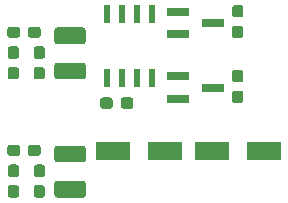
<source format=gbr>
G04 #@! TF.GenerationSoftware,KiCad,Pcbnew,(5.0.1-dev-70-gb7b125d83)*
G04 #@! TF.CreationDate,2018-10-12T17:46:44+02:00*
G04 #@! TF.ProjectId,pwm-fan-control,70776D2D66616E2D636F6E74726F6C2E,rev?*
G04 #@! TF.SameCoordinates,Original*
G04 #@! TF.FileFunction,Paste,Top*
G04 #@! TF.FilePolarity,Positive*
%FSLAX46Y46*%
G04 Gerber Fmt 4.6, Leading zero omitted, Abs format (unit mm)*
G04 Created by KiCad (PCBNEW (5.0.1-dev-70-gb7b125d83)) date 10/12/18 17:46:44*
%MOMM*%
%LPD*%
G01*
G04 APERTURE LIST*
%ADD10C,0.100000*%
%ADD11C,1.425000*%
%ADD12C,0.950000*%
%ADD13R,1.900000X0.800000*%
%ADD14R,3.000000X1.600000*%
%ADD15R,0.600000X1.550000*%
G04 APERTURE END LIST*
D10*
G04 #@! TO.C,L2*
G36*
X141999504Y-53501204D02*
X142023773Y-53504804D01*
X142047571Y-53510765D01*
X142070671Y-53519030D01*
X142092849Y-53529520D01*
X142113893Y-53542133D01*
X142133598Y-53556747D01*
X142151777Y-53573223D01*
X142168253Y-53591402D01*
X142182867Y-53611107D01*
X142195480Y-53632151D01*
X142205970Y-53654329D01*
X142214235Y-53677429D01*
X142220196Y-53701227D01*
X142223796Y-53725496D01*
X142225000Y-53750000D01*
X142225000Y-54675000D01*
X142223796Y-54699504D01*
X142220196Y-54723773D01*
X142214235Y-54747571D01*
X142205970Y-54770671D01*
X142195480Y-54792849D01*
X142182867Y-54813893D01*
X142168253Y-54833598D01*
X142151777Y-54851777D01*
X142133598Y-54868253D01*
X142113893Y-54882867D01*
X142092849Y-54895480D01*
X142070671Y-54905970D01*
X142047571Y-54914235D01*
X142023773Y-54920196D01*
X141999504Y-54923796D01*
X141975000Y-54925000D01*
X139825000Y-54925000D01*
X139800496Y-54923796D01*
X139776227Y-54920196D01*
X139752429Y-54914235D01*
X139729329Y-54905970D01*
X139707151Y-54895480D01*
X139686107Y-54882867D01*
X139666402Y-54868253D01*
X139648223Y-54851777D01*
X139631747Y-54833598D01*
X139617133Y-54813893D01*
X139604520Y-54792849D01*
X139594030Y-54770671D01*
X139585765Y-54747571D01*
X139579804Y-54723773D01*
X139576204Y-54699504D01*
X139575000Y-54675000D01*
X139575000Y-53750000D01*
X139576204Y-53725496D01*
X139579804Y-53701227D01*
X139585765Y-53677429D01*
X139594030Y-53654329D01*
X139604520Y-53632151D01*
X139617133Y-53611107D01*
X139631747Y-53591402D01*
X139648223Y-53573223D01*
X139666402Y-53556747D01*
X139686107Y-53542133D01*
X139707151Y-53529520D01*
X139729329Y-53519030D01*
X139752429Y-53510765D01*
X139776227Y-53504804D01*
X139800496Y-53501204D01*
X139825000Y-53500000D01*
X141975000Y-53500000D01*
X141999504Y-53501204D01*
X141999504Y-53501204D01*
G37*
D11*
X140900000Y-54212500D03*
D10*
G36*
X141999504Y-56476204D02*
X142023773Y-56479804D01*
X142047571Y-56485765D01*
X142070671Y-56494030D01*
X142092849Y-56504520D01*
X142113893Y-56517133D01*
X142133598Y-56531747D01*
X142151777Y-56548223D01*
X142168253Y-56566402D01*
X142182867Y-56586107D01*
X142195480Y-56607151D01*
X142205970Y-56629329D01*
X142214235Y-56652429D01*
X142220196Y-56676227D01*
X142223796Y-56700496D01*
X142225000Y-56725000D01*
X142225000Y-57650000D01*
X142223796Y-57674504D01*
X142220196Y-57698773D01*
X142214235Y-57722571D01*
X142205970Y-57745671D01*
X142195480Y-57767849D01*
X142182867Y-57788893D01*
X142168253Y-57808598D01*
X142151777Y-57826777D01*
X142133598Y-57843253D01*
X142113893Y-57857867D01*
X142092849Y-57870480D01*
X142070671Y-57880970D01*
X142047571Y-57889235D01*
X142023773Y-57895196D01*
X141999504Y-57898796D01*
X141975000Y-57900000D01*
X139825000Y-57900000D01*
X139800496Y-57898796D01*
X139776227Y-57895196D01*
X139752429Y-57889235D01*
X139729329Y-57880970D01*
X139707151Y-57870480D01*
X139686107Y-57857867D01*
X139666402Y-57843253D01*
X139648223Y-57826777D01*
X139631747Y-57808598D01*
X139617133Y-57788893D01*
X139604520Y-57767849D01*
X139594030Y-57745671D01*
X139585765Y-57722571D01*
X139579804Y-57698773D01*
X139576204Y-57674504D01*
X139575000Y-57650000D01*
X139575000Y-56725000D01*
X139576204Y-56700496D01*
X139579804Y-56676227D01*
X139585765Y-56652429D01*
X139594030Y-56629329D01*
X139604520Y-56607151D01*
X139617133Y-56586107D01*
X139631747Y-56566402D01*
X139648223Y-56548223D01*
X139666402Y-56531747D01*
X139686107Y-56517133D01*
X139707151Y-56504520D01*
X139729329Y-56494030D01*
X139752429Y-56485765D01*
X139776227Y-56479804D01*
X139800496Y-56476204D01*
X139825000Y-56475000D01*
X141975000Y-56475000D01*
X141999504Y-56476204D01*
X141999504Y-56476204D01*
G37*
D11*
X140900000Y-57187500D03*
G04 #@! TD*
D10*
G04 #@! TO.C,R6*
G36*
X155360779Y-47101144D02*
X155383834Y-47104563D01*
X155406443Y-47110227D01*
X155428387Y-47118079D01*
X155449457Y-47128044D01*
X155469448Y-47140026D01*
X155488168Y-47153910D01*
X155505438Y-47169562D01*
X155521090Y-47186832D01*
X155534974Y-47205552D01*
X155546956Y-47225543D01*
X155556921Y-47246613D01*
X155564773Y-47268557D01*
X155570437Y-47291166D01*
X155573856Y-47314221D01*
X155575000Y-47337500D01*
X155575000Y-47912500D01*
X155573856Y-47935779D01*
X155570437Y-47958834D01*
X155564773Y-47981443D01*
X155556921Y-48003387D01*
X155546956Y-48024457D01*
X155534974Y-48044448D01*
X155521090Y-48063168D01*
X155505438Y-48080438D01*
X155488168Y-48096090D01*
X155469448Y-48109974D01*
X155449457Y-48121956D01*
X155428387Y-48131921D01*
X155406443Y-48139773D01*
X155383834Y-48145437D01*
X155360779Y-48148856D01*
X155337500Y-48150000D01*
X154862500Y-48150000D01*
X154839221Y-48148856D01*
X154816166Y-48145437D01*
X154793557Y-48139773D01*
X154771613Y-48131921D01*
X154750543Y-48121956D01*
X154730552Y-48109974D01*
X154711832Y-48096090D01*
X154694562Y-48080438D01*
X154678910Y-48063168D01*
X154665026Y-48044448D01*
X154653044Y-48024457D01*
X154643079Y-48003387D01*
X154635227Y-47981443D01*
X154629563Y-47958834D01*
X154626144Y-47935779D01*
X154625000Y-47912500D01*
X154625000Y-47337500D01*
X154626144Y-47314221D01*
X154629563Y-47291166D01*
X154635227Y-47268557D01*
X154643079Y-47246613D01*
X154653044Y-47225543D01*
X154665026Y-47205552D01*
X154678910Y-47186832D01*
X154694562Y-47169562D01*
X154711832Y-47153910D01*
X154730552Y-47140026D01*
X154750543Y-47128044D01*
X154771613Y-47118079D01*
X154793557Y-47110227D01*
X154816166Y-47104563D01*
X154839221Y-47101144D01*
X154862500Y-47100000D01*
X155337500Y-47100000D01*
X155360779Y-47101144D01*
X155360779Y-47101144D01*
G37*
D12*
X155100000Y-47625000D03*
D10*
G36*
X155360779Y-48851144D02*
X155383834Y-48854563D01*
X155406443Y-48860227D01*
X155428387Y-48868079D01*
X155449457Y-48878044D01*
X155469448Y-48890026D01*
X155488168Y-48903910D01*
X155505438Y-48919562D01*
X155521090Y-48936832D01*
X155534974Y-48955552D01*
X155546956Y-48975543D01*
X155556921Y-48996613D01*
X155564773Y-49018557D01*
X155570437Y-49041166D01*
X155573856Y-49064221D01*
X155575000Y-49087500D01*
X155575000Y-49662500D01*
X155573856Y-49685779D01*
X155570437Y-49708834D01*
X155564773Y-49731443D01*
X155556921Y-49753387D01*
X155546956Y-49774457D01*
X155534974Y-49794448D01*
X155521090Y-49813168D01*
X155505438Y-49830438D01*
X155488168Y-49846090D01*
X155469448Y-49859974D01*
X155449457Y-49871956D01*
X155428387Y-49881921D01*
X155406443Y-49889773D01*
X155383834Y-49895437D01*
X155360779Y-49898856D01*
X155337500Y-49900000D01*
X154862500Y-49900000D01*
X154839221Y-49898856D01*
X154816166Y-49895437D01*
X154793557Y-49889773D01*
X154771613Y-49881921D01*
X154750543Y-49871956D01*
X154730552Y-49859974D01*
X154711832Y-49846090D01*
X154694562Y-49830438D01*
X154678910Y-49813168D01*
X154665026Y-49794448D01*
X154653044Y-49774457D01*
X154643079Y-49753387D01*
X154635227Y-49731443D01*
X154629563Y-49708834D01*
X154626144Y-49685779D01*
X154625000Y-49662500D01*
X154625000Y-49087500D01*
X154626144Y-49064221D01*
X154629563Y-49041166D01*
X154635227Y-49018557D01*
X154643079Y-48996613D01*
X154653044Y-48975543D01*
X154665026Y-48955552D01*
X154678910Y-48936832D01*
X154694562Y-48919562D01*
X154711832Y-48903910D01*
X154730552Y-48890026D01*
X154750543Y-48878044D01*
X154771613Y-48868079D01*
X154793557Y-48860227D01*
X154816166Y-48854563D01*
X154839221Y-48851144D01*
X154862500Y-48850000D01*
X155337500Y-48850000D01*
X155360779Y-48851144D01*
X155360779Y-48851144D01*
G37*
D12*
X155100000Y-49375000D03*
G04 #@! TD*
D10*
G04 #@! TO.C,R4*
G36*
X136360779Y-56851144D02*
X136383834Y-56854563D01*
X136406443Y-56860227D01*
X136428387Y-56868079D01*
X136449457Y-56878044D01*
X136469448Y-56890026D01*
X136488168Y-56903910D01*
X136505438Y-56919562D01*
X136521090Y-56936832D01*
X136534974Y-56955552D01*
X136546956Y-56975543D01*
X136556921Y-56996613D01*
X136564773Y-57018557D01*
X136570437Y-57041166D01*
X136573856Y-57064221D01*
X136575000Y-57087500D01*
X136575000Y-57662500D01*
X136573856Y-57685779D01*
X136570437Y-57708834D01*
X136564773Y-57731443D01*
X136556921Y-57753387D01*
X136546956Y-57774457D01*
X136534974Y-57794448D01*
X136521090Y-57813168D01*
X136505438Y-57830438D01*
X136488168Y-57846090D01*
X136469448Y-57859974D01*
X136449457Y-57871956D01*
X136428387Y-57881921D01*
X136406443Y-57889773D01*
X136383834Y-57895437D01*
X136360779Y-57898856D01*
X136337500Y-57900000D01*
X135862500Y-57900000D01*
X135839221Y-57898856D01*
X135816166Y-57895437D01*
X135793557Y-57889773D01*
X135771613Y-57881921D01*
X135750543Y-57871956D01*
X135730552Y-57859974D01*
X135711832Y-57846090D01*
X135694562Y-57830438D01*
X135678910Y-57813168D01*
X135665026Y-57794448D01*
X135653044Y-57774457D01*
X135643079Y-57753387D01*
X135635227Y-57731443D01*
X135629563Y-57708834D01*
X135626144Y-57685779D01*
X135625000Y-57662500D01*
X135625000Y-57087500D01*
X135626144Y-57064221D01*
X135629563Y-57041166D01*
X135635227Y-57018557D01*
X135643079Y-56996613D01*
X135653044Y-56975543D01*
X135665026Y-56955552D01*
X135678910Y-56936832D01*
X135694562Y-56919562D01*
X135711832Y-56903910D01*
X135730552Y-56890026D01*
X135750543Y-56878044D01*
X135771613Y-56868079D01*
X135793557Y-56860227D01*
X135816166Y-56854563D01*
X135839221Y-56851144D01*
X135862500Y-56850000D01*
X136337500Y-56850000D01*
X136360779Y-56851144D01*
X136360779Y-56851144D01*
G37*
D12*
X136100000Y-57375000D03*
D10*
G36*
X136360779Y-55101144D02*
X136383834Y-55104563D01*
X136406443Y-55110227D01*
X136428387Y-55118079D01*
X136449457Y-55128044D01*
X136469448Y-55140026D01*
X136488168Y-55153910D01*
X136505438Y-55169562D01*
X136521090Y-55186832D01*
X136534974Y-55205552D01*
X136546956Y-55225543D01*
X136556921Y-55246613D01*
X136564773Y-55268557D01*
X136570437Y-55291166D01*
X136573856Y-55314221D01*
X136575000Y-55337500D01*
X136575000Y-55912500D01*
X136573856Y-55935779D01*
X136570437Y-55958834D01*
X136564773Y-55981443D01*
X136556921Y-56003387D01*
X136546956Y-56024457D01*
X136534974Y-56044448D01*
X136521090Y-56063168D01*
X136505438Y-56080438D01*
X136488168Y-56096090D01*
X136469448Y-56109974D01*
X136449457Y-56121956D01*
X136428387Y-56131921D01*
X136406443Y-56139773D01*
X136383834Y-56145437D01*
X136360779Y-56148856D01*
X136337500Y-56150000D01*
X135862500Y-56150000D01*
X135839221Y-56148856D01*
X135816166Y-56145437D01*
X135793557Y-56139773D01*
X135771613Y-56131921D01*
X135750543Y-56121956D01*
X135730552Y-56109974D01*
X135711832Y-56096090D01*
X135694562Y-56080438D01*
X135678910Y-56063168D01*
X135665026Y-56044448D01*
X135653044Y-56024457D01*
X135643079Y-56003387D01*
X135635227Y-55981443D01*
X135629563Y-55958834D01*
X135626144Y-55935779D01*
X135625000Y-55912500D01*
X135625000Y-55337500D01*
X135626144Y-55314221D01*
X135629563Y-55291166D01*
X135635227Y-55268557D01*
X135643079Y-55246613D01*
X135653044Y-55225543D01*
X135665026Y-55205552D01*
X135678910Y-55186832D01*
X135694562Y-55169562D01*
X135711832Y-55153910D01*
X135730552Y-55140026D01*
X135750543Y-55128044D01*
X135771613Y-55118079D01*
X135793557Y-55110227D01*
X135816166Y-55104563D01*
X135839221Y-55101144D01*
X135862500Y-55100000D01*
X136337500Y-55100000D01*
X136360779Y-55101144D01*
X136360779Y-55101144D01*
G37*
D12*
X136100000Y-55625000D03*
G04 #@! TD*
D13*
G04 #@! TO.C,Q2*
X153000000Y-48600000D03*
X150000000Y-49550000D03*
X150000000Y-47650000D03*
G04 #@! TD*
D14*
G04 #@! TO.C,C5*
X148950000Y-53950000D03*
X144550000Y-53950000D03*
G04 #@! TD*
D10*
G04 #@! TO.C,C4*
G36*
X136435779Y-53426144D02*
X136458834Y-53429563D01*
X136481443Y-53435227D01*
X136503387Y-53443079D01*
X136524457Y-53453044D01*
X136544448Y-53465026D01*
X136563168Y-53478910D01*
X136580438Y-53494562D01*
X136596090Y-53511832D01*
X136609974Y-53530552D01*
X136621956Y-53550543D01*
X136631921Y-53571613D01*
X136639773Y-53593557D01*
X136645437Y-53616166D01*
X136648856Y-53639221D01*
X136650000Y-53662500D01*
X136650000Y-54137500D01*
X136648856Y-54160779D01*
X136645437Y-54183834D01*
X136639773Y-54206443D01*
X136631921Y-54228387D01*
X136621956Y-54249457D01*
X136609974Y-54269448D01*
X136596090Y-54288168D01*
X136580438Y-54305438D01*
X136563168Y-54321090D01*
X136544448Y-54334974D01*
X136524457Y-54346956D01*
X136503387Y-54356921D01*
X136481443Y-54364773D01*
X136458834Y-54370437D01*
X136435779Y-54373856D01*
X136412500Y-54375000D01*
X135837500Y-54375000D01*
X135814221Y-54373856D01*
X135791166Y-54370437D01*
X135768557Y-54364773D01*
X135746613Y-54356921D01*
X135725543Y-54346956D01*
X135705552Y-54334974D01*
X135686832Y-54321090D01*
X135669562Y-54305438D01*
X135653910Y-54288168D01*
X135640026Y-54269448D01*
X135628044Y-54249457D01*
X135618079Y-54228387D01*
X135610227Y-54206443D01*
X135604563Y-54183834D01*
X135601144Y-54160779D01*
X135600000Y-54137500D01*
X135600000Y-53662500D01*
X135601144Y-53639221D01*
X135604563Y-53616166D01*
X135610227Y-53593557D01*
X135618079Y-53571613D01*
X135628044Y-53550543D01*
X135640026Y-53530552D01*
X135653910Y-53511832D01*
X135669562Y-53494562D01*
X135686832Y-53478910D01*
X135705552Y-53465026D01*
X135725543Y-53453044D01*
X135746613Y-53443079D01*
X135768557Y-53435227D01*
X135791166Y-53429563D01*
X135814221Y-53426144D01*
X135837500Y-53425000D01*
X136412500Y-53425000D01*
X136435779Y-53426144D01*
X136435779Y-53426144D01*
G37*
D12*
X136125000Y-53900000D03*
D10*
G36*
X138185779Y-53426144D02*
X138208834Y-53429563D01*
X138231443Y-53435227D01*
X138253387Y-53443079D01*
X138274457Y-53453044D01*
X138294448Y-53465026D01*
X138313168Y-53478910D01*
X138330438Y-53494562D01*
X138346090Y-53511832D01*
X138359974Y-53530552D01*
X138371956Y-53550543D01*
X138381921Y-53571613D01*
X138389773Y-53593557D01*
X138395437Y-53616166D01*
X138398856Y-53639221D01*
X138400000Y-53662500D01*
X138400000Y-54137500D01*
X138398856Y-54160779D01*
X138395437Y-54183834D01*
X138389773Y-54206443D01*
X138381921Y-54228387D01*
X138371956Y-54249457D01*
X138359974Y-54269448D01*
X138346090Y-54288168D01*
X138330438Y-54305438D01*
X138313168Y-54321090D01*
X138294448Y-54334974D01*
X138274457Y-54346956D01*
X138253387Y-54356921D01*
X138231443Y-54364773D01*
X138208834Y-54370437D01*
X138185779Y-54373856D01*
X138162500Y-54375000D01*
X137587500Y-54375000D01*
X137564221Y-54373856D01*
X137541166Y-54370437D01*
X137518557Y-54364773D01*
X137496613Y-54356921D01*
X137475543Y-54346956D01*
X137455552Y-54334974D01*
X137436832Y-54321090D01*
X137419562Y-54305438D01*
X137403910Y-54288168D01*
X137390026Y-54269448D01*
X137378044Y-54249457D01*
X137368079Y-54228387D01*
X137360227Y-54206443D01*
X137354563Y-54183834D01*
X137351144Y-54160779D01*
X137350000Y-54137500D01*
X137350000Y-53662500D01*
X137351144Y-53639221D01*
X137354563Y-53616166D01*
X137360227Y-53593557D01*
X137368079Y-53571613D01*
X137378044Y-53550543D01*
X137390026Y-53530552D01*
X137403910Y-53511832D01*
X137419562Y-53494562D01*
X137436832Y-53478910D01*
X137455552Y-53465026D01*
X137475543Y-53453044D01*
X137496613Y-53443079D01*
X137518557Y-53435227D01*
X137541166Y-53429563D01*
X137564221Y-53426144D01*
X137587500Y-53425000D01*
X138162500Y-53425000D01*
X138185779Y-53426144D01*
X138185779Y-53426144D01*
G37*
D12*
X137875000Y-53900000D03*
G04 #@! TD*
D10*
G04 #@! TO.C,R5*
G36*
X138560779Y-56851144D02*
X138583834Y-56854563D01*
X138606443Y-56860227D01*
X138628387Y-56868079D01*
X138649457Y-56878044D01*
X138669448Y-56890026D01*
X138688168Y-56903910D01*
X138705438Y-56919562D01*
X138721090Y-56936832D01*
X138734974Y-56955552D01*
X138746956Y-56975543D01*
X138756921Y-56996613D01*
X138764773Y-57018557D01*
X138770437Y-57041166D01*
X138773856Y-57064221D01*
X138775000Y-57087500D01*
X138775000Y-57662500D01*
X138773856Y-57685779D01*
X138770437Y-57708834D01*
X138764773Y-57731443D01*
X138756921Y-57753387D01*
X138746956Y-57774457D01*
X138734974Y-57794448D01*
X138721090Y-57813168D01*
X138705438Y-57830438D01*
X138688168Y-57846090D01*
X138669448Y-57859974D01*
X138649457Y-57871956D01*
X138628387Y-57881921D01*
X138606443Y-57889773D01*
X138583834Y-57895437D01*
X138560779Y-57898856D01*
X138537500Y-57900000D01*
X138062500Y-57900000D01*
X138039221Y-57898856D01*
X138016166Y-57895437D01*
X137993557Y-57889773D01*
X137971613Y-57881921D01*
X137950543Y-57871956D01*
X137930552Y-57859974D01*
X137911832Y-57846090D01*
X137894562Y-57830438D01*
X137878910Y-57813168D01*
X137865026Y-57794448D01*
X137853044Y-57774457D01*
X137843079Y-57753387D01*
X137835227Y-57731443D01*
X137829563Y-57708834D01*
X137826144Y-57685779D01*
X137825000Y-57662500D01*
X137825000Y-57087500D01*
X137826144Y-57064221D01*
X137829563Y-57041166D01*
X137835227Y-57018557D01*
X137843079Y-56996613D01*
X137853044Y-56975543D01*
X137865026Y-56955552D01*
X137878910Y-56936832D01*
X137894562Y-56919562D01*
X137911832Y-56903910D01*
X137930552Y-56890026D01*
X137950543Y-56878044D01*
X137971613Y-56868079D01*
X137993557Y-56860227D01*
X138016166Y-56854563D01*
X138039221Y-56851144D01*
X138062500Y-56850000D01*
X138537500Y-56850000D01*
X138560779Y-56851144D01*
X138560779Y-56851144D01*
G37*
D12*
X138300000Y-57375000D03*
D10*
G36*
X138560779Y-55101144D02*
X138583834Y-55104563D01*
X138606443Y-55110227D01*
X138628387Y-55118079D01*
X138649457Y-55128044D01*
X138669448Y-55140026D01*
X138688168Y-55153910D01*
X138705438Y-55169562D01*
X138721090Y-55186832D01*
X138734974Y-55205552D01*
X138746956Y-55225543D01*
X138756921Y-55246613D01*
X138764773Y-55268557D01*
X138770437Y-55291166D01*
X138773856Y-55314221D01*
X138775000Y-55337500D01*
X138775000Y-55912500D01*
X138773856Y-55935779D01*
X138770437Y-55958834D01*
X138764773Y-55981443D01*
X138756921Y-56003387D01*
X138746956Y-56024457D01*
X138734974Y-56044448D01*
X138721090Y-56063168D01*
X138705438Y-56080438D01*
X138688168Y-56096090D01*
X138669448Y-56109974D01*
X138649457Y-56121956D01*
X138628387Y-56131921D01*
X138606443Y-56139773D01*
X138583834Y-56145437D01*
X138560779Y-56148856D01*
X138537500Y-56150000D01*
X138062500Y-56150000D01*
X138039221Y-56148856D01*
X138016166Y-56145437D01*
X137993557Y-56139773D01*
X137971613Y-56131921D01*
X137950543Y-56121956D01*
X137930552Y-56109974D01*
X137911832Y-56096090D01*
X137894562Y-56080438D01*
X137878910Y-56063168D01*
X137865026Y-56044448D01*
X137853044Y-56024457D01*
X137843079Y-56003387D01*
X137835227Y-55981443D01*
X137829563Y-55958834D01*
X137826144Y-55935779D01*
X137825000Y-55912500D01*
X137825000Y-55337500D01*
X137826144Y-55314221D01*
X137829563Y-55291166D01*
X137835227Y-55268557D01*
X137843079Y-55246613D01*
X137853044Y-55225543D01*
X137865026Y-55205552D01*
X137878910Y-55186832D01*
X137894562Y-55169562D01*
X137911832Y-55153910D01*
X137930552Y-55140026D01*
X137950543Y-55128044D01*
X137971613Y-55118079D01*
X137993557Y-55110227D01*
X138016166Y-55104563D01*
X138039221Y-55101144D01*
X138062500Y-55100000D01*
X138537500Y-55100000D01*
X138560779Y-55101144D01*
X138560779Y-55101144D01*
G37*
D12*
X138300000Y-55625000D03*
G04 #@! TD*
D10*
G04 #@! TO.C,C2*
G36*
X138185779Y-43426144D02*
X138208834Y-43429563D01*
X138231443Y-43435227D01*
X138253387Y-43443079D01*
X138274457Y-43453044D01*
X138294448Y-43465026D01*
X138313168Y-43478910D01*
X138330438Y-43494562D01*
X138346090Y-43511832D01*
X138359974Y-43530552D01*
X138371956Y-43550543D01*
X138381921Y-43571613D01*
X138389773Y-43593557D01*
X138395437Y-43616166D01*
X138398856Y-43639221D01*
X138400000Y-43662500D01*
X138400000Y-44137500D01*
X138398856Y-44160779D01*
X138395437Y-44183834D01*
X138389773Y-44206443D01*
X138381921Y-44228387D01*
X138371956Y-44249457D01*
X138359974Y-44269448D01*
X138346090Y-44288168D01*
X138330438Y-44305438D01*
X138313168Y-44321090D01*
X138294448Y-44334974D01*
X138274457Y-44346956D01*
X138253387Y-44356921D01*
X138231443Y-44364773D01*
X138208834Y-44370437D01*
X138185779Y-44373856D01*
X138162500Y-44375000D01*
X137587500Y-44375000D01*
X137564221Y-44373856D01*
X137541166Y-44370437D01*
X137518557Y-44364773D01*
X137496613Y-44356921D01*
X137475543Y-44346956D01*
X137455552Y-44334974D01*
X137436832Y-44321090D01*
X137419562Y-44305438D01*
X137403910Y-44288168D01*
X137390026Y-44269448D01*
X137378044Y-44249457D01*
X137368079Y-44228387D01*
X137360227Y-44206443D01*
X137354563Y-44183834D01*
X137351144Y-44160779D01*
X137350000Y-44137500D01*
X137350000Y-43662500D01*
X137351144Y-43639221D01*
X137354563Y-43616166D01*
X137360227Y-43593557D01*
X137368079Y-43571613D01*
X137378044Y-43550543D01*
X137390026Y-43530552D01*
X137403910Y-43511832D01*
X137419562Y-43494562D01*
X137436832Y-43478910D01*
X137455552Y-43465026D01*
X137475543Y-43453044D01*
X137496613Y-43443079D01*
X137518557Y-43435227D01*
X137541166Y-43429563D01*
X137564221Y-43426144D01*
X137587500Y-43425000D01*
X138162500Y-43425000D01*
X138185779Y-43426144D01*
X138185779Y-43426144D01*
G37*
D12*
X137875000Y-43900000D03*
D10*
G36*
X136435779Y-43426144D02*
X136458834Y-43429563D01*
X136481443Y-43435227D01*
X136503387Y-43443079D01*
X136524457Y-43453044D01*
X136544448Y-43465026D01*
X136563168Y-43478910D01*
X136580438Y-43494562D01*
X136596090Y-43511832D01*
X136609974Y-43530552D01*
X136621956Y-43550543D01*
X136631921Y-43571613D01*
X136639773Y-43593557D01*
X136645437Y-43616166D01*
X136648856Y-43639221D01*
X136650000Y-43662500D01*
X136650000Y-44137500D01*
X136648856Y-44160779D01*
X136645437Y-44183834D01*
X136639773Y-44206443D01*
X136631921Y-44228387D01*
X136621956Y-44249457D01*
X136609974Y-44269448D01*
X136596090Y-44288168D01*
X136580438Y-44305438D01*
X136563168Y-44321090D01*
X136544448Y-44334974D01*
X136524457Y-44346956D01*
X136503387Y-44356921D01*
X136481443Y-44364773D01*
X136458834Y-44370437D01*
X136435779Y-44373856D01*
X136412500Y-44375000D01*
X135837500Y-44375000D01*
X135814221Y-44373856D01*
X135791166Y-44370437D01*
X135768557Y-44364773D01*
X135746613Y-44356921D01*
X135725543Y-44346956D01*
X135705552Y-44334974D01*
X135686832Y-44321090D01*
X135669562Y-44305438D01*
X135653910Y-44288168D01*
X135640026Y-44269448D01*
X135628044Y-44249457D01*
X135618079Y-44228387D01*
X135610227Y-44206443D01*
X135604563Y-44183834D01*
X135601144Y-44160779D01*
X135600000Y-44137500D01*
X135600000Y-43662500D01*
X135601144Y-43639221D01*
X135604563Y-43616166D01*
X135610227Y-43593557D01*
X135618079Y-43571613D01*
X135628044Y-43550543D01*
X135640026Y-43530552D01*
X135653910Y-43511832D01*
X135669562Y-43494562D01*
X135686832Y-43478910D01*
X135705552Y-43465026D01*
X135725543Y-43453044D01*
X135746613Y-43443079D01*
X135768557Y-43435227D01*
X135791166Y-43429563D01*
X135814221Y-43426144D01*
X135837500Y-43425000D01*
X136412500Y-43425000D01*
X136435779Y-43426144D01*
X136435779Y-43426144D01*
G37*
D12*
X136125000Y-43900000D03*
G04 #@! TD*
D14*
G04 #@! TO.C,C3*
X152900000Y-53950000D03*
X157300000Y-53950000D03*
G04 #@! TD*
D10*
G04 #@! TO.C,L1*
G36*
X141999504Y-46476204D02*
X142023773Y-46479804D01*
X142047571Y-46485765D01*
X142070671Y-46494030D01*
X142092849Y-46504520D01*
X142113893Y-46517133D01*
X142133598Y-46531747D01*
X142151777Y-46548223D01*
X142168253Y-46566402D01*
X142182867Y-46586107D01*
X142195480Y-46607151D01*
X142205970Y-46629329D01*
X142214235Y-46652429D01*
X142220196Y-46676227D01*
X142223796Y-46700496D01*
X142225000Y-46725000D01*
X142225000Y-47650000D01*
X142223796Y-47674504D01*
X142220196Y-47698773D01*
X142214235Y-47722571D01*
X142205970Y-47745671D01*
X142195480Y-47767849D01*
X142182867Y-47788893D01*
X142168253Y-47808598D01*
X142151777Y-47826777D01*
X142133598Y-47843253D01*
X142113893Y-47857867D01*
X142092849Y-47870480D01*
X142070671Y-47880970D01*
X142047571Y-47889235D01*
X142023773Y-47895196D01*
X141999504Y-47898796D01*
X141975000Y-47900000D01*
X139825000Y-47900000D01*
X139800496Y-47898796D01*
X139776227Y-47895196D01*
X139752429Y-47889235D01*
X139729329Y-47880970D01*
X139707151Y-47870480D01*
X139686107Y-47857867D01*
X139666402Y-47843253D01*
X139648223Y-47826777D01*
X139631747Y-47808598D01*
X139617133Y-47788893D01*
X139604520Y-47767849D01*
X139594030Y-47745671D01*
X139585765Y-47722571D01*
X139579804Y-47698773D01*
X139576204Y-47674504D01*
X139575000Y-47650000D01*
X139575000Y-46725000D01*
X139576204Y-46700496D01*
X139579804Y-46676227D01*
X139585765Y-46652429D01*
X139594030Y-46629329D01*
X139604520Y-46607151D01*
X139617133Y-46586107D01*
X139631747Y-46566402D01*
X139648223Y-46548223D01*
X139666402Y-46531747D01*
X139686107Y-46517133D01*
X139707151Y-46504520D01*
X139729329Y-46494030D01*
X139752429Y-46485765D01*
X139776227Y-46479804D01*
X139800496Y-46476204D01*
X139825000Y-46475000D01*
X141975000Y-46475000D01*
X141999504Y-46476204D01*
X141999504Y-46476204D01*
G37*
D11*
X140900000Y-47187500D03*
D10*
G36*
X141999504Y-43501204D02*
X142023773Y-43504804D01*
X142047571Y-43510765D01*
X142070671Y-43519030D01*
X142092849Y-43529520D01*
X142113893Y-43542133D01*
X142133598Y-43556747D01*
X142151777Y-43573223D01*
X142168253Y-43591402D01*
X142182867Y-43611107D01*
X142195480Y-43632151D01*
X142205970Y-43654329D01*
X142214235Y-43677429D01*
X142220196Y-43701227D01*
X142223796Y-43725496D01*
X142225000Y-43750000D01*
X142225000Y-44675000D01*
X142223796Y-44699504D01*
X142220196Y-44723773D01*
X142214235Y-44747571D01*
X142205970Y-44770671D01*
X142195480Y-44792849D01*
X142182867Y-44813893D01*
X142168253Y-44833598D01*
X142151777Y-44851777D01*
X142133598Y-44868253D01*
X142113893Y-44882867D01*
X142092849Y-44895480D01*
X142070671Y-44905970D01*
X142047571Y-44914235D01*
X142023773Y-44920196D01*
X141999504Y-44923796D01*
X141975000Y-44925000D01*
X139825000Y-44925000D01*
X139800496Y-44923796D01*
X139776227Y-44920196D01*
X139752429Y-44914235D01*
X139729329Y-44905970D01*
X139707151Y-44895480D01*
X139686107Y-44882867D01*
X139666402Y-44868253D01*
X139648223Y-44851777D01*
X139631747Y-44833598D01*
X139617133Y-44813893D01*
X139604520Y-44792849D01*
X139594030Y-44770671D01*
X139585765Y-44747571D01*
X139579804Y-44723773D01*
X139576204Y-44699504D01*
X139575000Y-44675000D01*
X139575000Y-43750000D01*
X139576204Y-43725496D01*
X139579804Y-43701227D01*
X139585765Y-43677429D01*
X139594030Y-43654329D01*
X139604520Y-43632151D01*
X139617133Y-43611107D01*
X139631747Y-43591402D01*
X139648223Y-43573223D01*
X139666402Y-43556747D01*
X139686107Y-43542133D01*
X139707151Y-43529520D01*
X139729329Y-43519030D01*
X139752429Y-43510765D01*
X139776227Y-43504804D01*
X139800496Y-43501204D01*
X139825000Y-43500000D01*
X141975000Y-43500000D01*
X141999504Y-43501204D01*
X141999504Y-43501204D01*
G37*
D11*
X140900000Y-44212500D03*
G04 #@! TD*
D13*
G04 #@! TO.C,Q1*
X150000000Y-42150000D03*
X150000000Y-44050000D03*
X153000000Y-43100000D03*
G04 #@! TD*
D10*
G04 #@! TO.C,R1*
G36*
X136360779Y-45101144D02*
X136383834Y-45104563D01*
X136406443Y-45110227D01*
X136428387Y-45118079D01*
X136449457Y-45128044D01*
X136469448Y-45140026D01*
X136488168Y-45153910D01*
X136505438Y-45169562D01*
X136521090Y-45186832D01*
X136534974Y-45205552D01*
X136546956Y-45225543D01*
X136556921Y-45246613D01*
X136564773Y-45268557D01*
X136570437Y-45291166D01*
X136573856Y-45314221D01*
X136575000Y-45337500D01*
X136575000Y-45912500D01*
X136573856Y-45935779D01*
X136570437Y-45958834D01*
X136564773Y-45981443D01*
X136556921Y-46003387D01*
X136546956Y-46024457D01*
X136534974Y-46044448D01*
X136521090Y-46063168D01*
X136505438Y-46080438D01*
X136488168Y-46096090D01*
X136469448Y-46109974D01*
X136449457Y-46121956D01*
X136428387Y-46131921D01*
X136406443Y-46139773D01*
X136383834Y-46145437D01*
X136360779Y-46148856D01*
X136337500Y-46150000D01*
X135862500Y-46150000D01*
X135839221Y-46148856D01*
X135816166Y-46145437D01*
X135793557Y-46139773D01*
X135771613Y-46131921D01*
X135750543Y-46121956D01*
X135730552Y-46109974D01*
X135711832Y-46096090D01*
X135694562Y-46080438D01*
X135678910Y-46063168D01*
X135665026Y-46044448D01*
X135653044Y-46024457D01*
X135643079Y-46003387D01*
X135635227Y-45981443D01*
X135629563Y-45958834D01*
X135626144Y-45935779D01*
X135625000Y-45912500D01*
X135625000Y-45337500D01*
X135626144Y-45314221D01*
X135629563Y-45291166D01*
X135635227Y-45268557D01*
X135643079Y-45246613D01*
X135653044Y-45225543D01*
X135665026Y-45205552D01*
X135678910Y-45186832D01*
X135694562Y-45169562D01*
X135711832Y-45153910D01*
X135730552Y-45140026D01*
X135750543Y-45128044D01*
X135771613Y-45118079D01*
X135793557Y-45110227D01*
X135816166Y-45104563D01*
X135839221Y-45101144D01*
X135862500Y-45100000D01*
X136337500Y-45100000D01*
X136360779Y-45101144D01*
X136360779Y-45101144D01*
G37*
D12*
X136100000Y-45625000D03*
D10*
G36*
X136360779Y-46851144D02*
X136383834Y-46854563D01*
X136406443Y-46860227D01*
X136428387Y-46868079D01*
X136449457Y-46878044D01*
X136469448Y-46890026D01*
X136488168Y-46903910D01*
X136505438Y-46919562D01*
X136521090Y-46936832D01*
X136534974Y-46955552D01*
X136546956Y-46975543D01*
X136556921Y-46996613D01*
X136564773Y-47018557D01*
X136570437Y-47041166D01*
X136573856Y-47064221D01*
X136575000Y-47087500D01*
X136575000Y-47662500D01*
X136573856Y-47685779D01*
X136570437Y-47708834D01*
X136564773Y-47731443D01*
X136556921Y-47753387D01*
X136546956Y-47774457D01*
X136534974Y-47794448D01*
X136521090Y-47813168D01*
X136505438Y-47830438D01*
X136488168Y-47846090D01*
X136469448Y-47859974D01*
X136449457Y-47871956D01*
X136428387Y-47881921D01*
X136406443Y-47889773D01*
X136383834Y-47895437D01*
X136360779Y-47898856D01*
X136337500Y-47900000D01*
X135862500Y-47900000D01*
X135839221Y-47898856D01*
X135816166Y-47895437D01*
X135793557Y-47889773D01*
X135771613Y-47881921D01*
X135750543Y-47871956D01*
X135730552Y-47859974D01*
X135711832Y-47846090D01*
X135694562Y-47830438D01*
X135678910Y-47813168D01*
X135665026Y-47794448D01*
X135653044Y-47774457D01*
X135643079Y-47753387D01*
X135635227Y-47731443D01*
X135629563Y-47708834D01*
X135626144Y-47685779D01*
X135625000Y-47662500D01*
X135625000Y-47087500D01*
X135626144Y-47064221D01*
X135629563Y-47041166D01*
X135635227Y-47018557D01*
X135643079Y-46996613D01*
X135653044Y-46975543D01*
X135665026Y-46955552D01*
X135678910Y-46936832D01*
X135694562Y-46919562D01*
X135711832Y-46903910D01*
X135730552Y-46890026D01*
X135750543Y-46878044D01*
X135771613Y-46868079D01*
X135793557Y-46860227D01*
X135816166Y-46854563D01*
X135839221Y-46851144D01*
X135862500Y-46850000D01*
X136337500Y-46850000D01*
X136360779Y-46851144D01*
X136360779Y-46851144D01*
G37*
D12*
X136100000Y-47375000D03*
G04 #@! TD*
D10*
G04 #@! TO.C,R2*
G36*
X138560779Y-45101144D02*
X138583834Y-45104563D01*
X138606443Y-45110227D01*
X138628387Y-45118079D01*
X138649457Y-45128044D01*
X138669448Y-45140026D01*
X138688168Y-45153910D01*
X138705438Y-45169562D01*
X138721090Y-45186832D01*
X138734974Y-45205552D01*
X138746956Y-45225543D01*
X138756921Y-45246613D01*
X138764773Y-45268557D01*
X138770437Y-45291166D01*
X138773856Y-45314221D01*
X138775000Y-45337500D01*
X138775000Y-45912500D01*
X138773856Y-45935779D01*
X138770437Y-45958834D01*
X138764773Y-45981443D01*
X138756921Y-46003387D01*
X138746956Y-46024457D01*
X138734974Y-46044448D01*
X138721090Y-46063168D01*
X138705438Y-46080438D01*
X138688168Y-46096090D01*
X138669448Y-46109974D01*
X138649457Y-46121956D01*
X138628387Y-46131921D01*
X138606443Y-46139773D01*
X138583834Y-46145437D01*
X138560779Y-46148856D01*
X138537500Y-46150000D01*
X138062500Y-46150000D01*
X138039221Y-46148856D01*
X138016166Y-46145437D01*
X137993557Y-46139773D01*
X137971613Y-46131921D01*
X137950543Y-46121956D01*
X137930552Y-46109974D01*
X137911832Y-46096090D01*
X137894562Y-46080438D01*
X137878910Y-46063168D01*
X137865026Y-46044448D01*
X137853044Y-46024457D01*
X137843079Y-46003387D01*
X137835227Y-45981443D01*
X137829563Y-45958834D01*
X137826144Y-45935779D01*
X137825000Y-45912500D01*
X137825000Y-45337500D01*
X137826144Y-45314221D01*
X137829563Y-45291166D01*
X137835227Y-45268557D01*
X137843079Y-45246613D01*
X137853044Y-45225543D01*
X137865026Y-45205552D01*
X137878910Y-45186832D01*
X137894562Y-45169562D01*
X137911832Y-45153910D01*
X137930552Y-45140026D01*
X137950543Y-45128044D01*
X137971613Y-45118079D01*
X137993557Y-45110227D01*
X138016166Y-45104563D01*
X138039221Y-45101144D01*
X138062500Y-45100000D01*
X138537500Y-45100000D01*
X138560779Y-45101144D01*
X138560779Y-45101144D01*
G37*
D12*
X138300000Y-45625000D03*
D10*
G36*
X138560779Y-46851144D02*
X138583834Y-46854563D01*
X138606443Y-46860227D01*
X138628387Y-46868079D01*
X138649457Y-46878044D01*
X138669448Y-46890026D01*
X138688168Y-46903910D01*
X138705438Y-46919562D01*
X138721090Y-46936832D01*
X138734974Y-46955552D01*
X138746956Y-46975543D01*
X138756921Y-46996613D01*
X138764773Y-47018557D01*
X138770437Y-47041166D01*
X138773856Y-47064221D01*
X138775000Y-47087500D01*
X138775000Y-47662500D01*
X138773856Y-47685779D01*
X138770437Y-47708834D01*
X138764773Y-47731443D01*
X138756921Y-47753387D01*
X138746956Y-47774457D01*
X138734974Y-47794448D01*
X138721090Y-47813168D01*
X138705438Y-47830438D01*
X138688168Y-47846090D01*
X138669448Y-47859974D01*
X138649457Y-47871956D01*
X138628387Y-47881921D01*
X138606443Y-47889773D01*
X138583834Y-47895437D01*
X138560779Y-47898856D01*
X138537500Y-47900000D01*
X138062500Y-47900000D01*
X138039221Y-47898856D01*
X138016166Y-47895437D01*
X137993557Y-47889773D01*
X137971613Y-47881921D01*
X137950543Y-47871956D01*
X137930552Y-47859974D01*
X137911832Y-47846090D01*
X137894562Y-47830438D01*
X137878910Y-47813168D01*
X137865026Y-47794448D01*
X137853044Y-47774457D01*
X137843079Y-47753387D01*
X137835227Y-47731443D01*
X137829563Y-47708834D01*
X137826144Y-47685779D01*
X137825000Y-47662500D01*
X137825000Y-47087500D01*
X137826144Y-47064221D01*
X137829563Y-47041166D01*
X137835227Y-47018557D01*
X137843079Y-46996613D01*
X137853044Y-46975543D01*
X137865026Y-46955552D01*
X137878910Y-46936832D01*
X137894562Y-46919562D01*
X137911832Y-46903910D01*
X137930552Y-46890026D01*
X137950543Y-46878044D01*
X137971613Y-46868079D01*
X137993557Y-46860227D01*
X138016166Y-46854563D01*
X138039221Y-46851144D01*
X138062500Y-46850000D01*
X138537500Y-46850000D01*
X138560779Y-46851144D01*
X138560779Y-46851144D01*
G37*
D12*
X138300000Y-47375000D03*
G04 #@! TD*
D10*
G04 #@! TO.C,R3*
G36*
X155360779Y-43351144D02*
X155383834Y-43354563D01*
X155406443Y-43360227D01*
X155428387Y-43368079D01*
X155449457Y-43378044D01*
X155469448Y-43390026D01*
X155488168Y-43403910D01*
X155505438Y-43419562D01*
X155521090Y-43436832D01*
X155534974Y-43455552D01*
X155546956Y-43475543D01*
X155556921Y-43496613D01*
X155564773Y-43518557D01*
X155570437Y-43541166D01*
X155573856Y-43564221D01*
X155575000Y-43587500D01*
X155575000Y-44162500D01*
X155573856Y-44185779D01*
X155570437Y-44208834D01*
X155564773Y-44231443D01*
X155556921Y-44253387D01*
X155546956Y-44274457D01*
X155534974Y-44294448D01*
X155521090Y-44313168D01*
X155505438Y-44330438D01*
X155488168Y-44346090D01*
X155469448Y-44359974D01*
X155449457Y-44371956D01*
X155428387Y-44381921D01*
X155406443Y-44389773D01*
X155383834Y-44395437D01*
X155360779Y-44398856D01*
X155337500Y-44400000D01*
X154862500Y-44400000D01*
X154839221Y-44398856D01*
X154816166Y-44395437D01*
X154793557Y-44389773D01*
X154771613Y-44381921D01*
X154750543Y-44371956D01*
X154730552Y-44359974D01*
X154711832Y-44346090D01*
X154694562Y-44330438D01*
X154678910Y-44313168D01*
X154665026Y-44294448D01*
X154653044Y-44274457D01*
X154643079Y-44253387D01*
X154635227Y-44231443D01*
X154629563Y-44208834D01*
X154626144Y-44185779D01*
X154625000Y-44162500D01*
X154625000Y-43587500D01*
X154626144Y-43564221D01*
X154629563Y-43541166D01*
X154635227Y-43518557D01*
X154643079Y-43496613D01*
X154653044Y-43475543D01*
X154665026Y-43455552D01*
X154678910Y-43436832D01*
X154694562Y-43419562D01*
X154711832Y-43403910D01*
X154730552Y-43390026D01*
X154750543Y-43378044D01*
X154771613Y-43368079D01*
X154793557Y-43360227D01*
X154816166Y-43354563D01*
X154839221Y-43351144D01*
X154862500Y-43350000D01*
X155337500Y-43350000D01*
X155360779Y-43351144D01*
X155360779Y-43351144D01*
G37*
D12*
X155100000Y-43875000D03*
D10*
G36*
X155360779Y-41601144D02*
X155383834Y-41604563D01*
X155406443Y-41610227D01*
X155428387Y-41618079D01*
X155449457Y-41628044D01*
X155469448Y-41640026D01*
X155488168Y-41653910D01*
X155505438Y-41669562D01*
X155521090Y-41686832D01*
X155534974Y-41705552D01*
X155546956Y-41725543D01*
X155556921Y-41746613D01*
X155564773Y-41768557D01*
X155570437Y-41791166D01*
X155573856Y-41814221D01*
X155575000Y-41837500D01*
X155575000Y-42412500D01*
X155573856Y-42435779D01*
X155570437Y-42458834D01*
X155564773Y-42481443D01*
X155556921Y-42503387D01*
X155546956Y-42524457D01*
X155534974Y-42544448D01*
X155521090Y-42563168D01*
X155505438Y-42580438D01*
X155488168Y-42596090D01*
X155469448Y-42609974D01*
X155449457Y-42621956D01*
X155428387Y-42631921D01*
X155406443Y-42639773D01*
X155383834Y-42645437D01*
X155360779Y-42648856D01*
X155337500Y-42650000D01*
X154862500Y-42650000D01*
X154839221Y-42648856D01*
X154816166Y-42645437D01*
X154793557Y-42639773D01*
X154771613Y-42631921D01*
X154750543Y-42621956D01*
X154730552Y-42609974D01*
X154711832Y-42596090D01*
X154694562Y-42580438D01*
X154678910Y-42563168D01*
X154665026Y-42544448D01*
X154653044Y-42524457D01*
X154643079Y-42503387D01*
X154635227Y-42481443D01*
X154629563Y-42458834D01*
X154626144Y-42435779D01*
X154625000Y-42412500D01*
X154625000Y-41837500D01*
X154626144Y-41814221D01*
X154629563Y-41791166D01*
X154635227Y-41768557D01*
X154643079Y-41746613D01*
X154653044Y-41725543D01*
X154665026Y-41705552D01*
X154678910Y-41686832D01*
X154694562Y-41669562D01*
X154711832Y-41653910D01*
X154730552Y-41640026D01*
X154750543Y-41628044D01*
X154771613Y-41618079D01*
X154793557Y-41610227D01*
X154816166Y-41604563D01*
X154839221Y-41601144D01*
X154862500Y-41600000D01*
X155337500Y-41600000D01*
X155360779Y-41601144D01*
X155360779Y-41601144D01*
G37*
D12*
X155100000Y-42125000D03*
G04 #@! TD*
D15*
G04 #@! TO.C,U1*
X147805000Y-42400000D03*
X146535000Y-42400000D03*
X145265000Y-42400000D03*
X143995000Y-42400000D03*
X143995000Y-47800000D03*
X145265000Y-47800000D03*
X146535000Y-47800000D03*
X147805000Y-47800000D03*
G04 #@! TD*
D10*
G04 #@! TO.C,C1*
G36*
X144285779Y-49426144D02*
X144308834Y-49429563D01*
X144331443Y-49435227D01*
X144353387Y-49443079D01*
X144374457Y-49453044D01*
X144394448Y-49465026D01*
X144413168Y-49478910D01*
X144430438Y-49494562D01*
X144446090Y-49511832D01*
X144459974Y-49530552D01*
X144471956Y-49550543D01*
X144481921Y-49571613D01*
X144489773Y-49593557D01*
X144495437Y-49616166D01*
X144498856Y-49639221D01*
X144500000Y-49662500D01*
X144500000Y-50137500D01*
X144498856Y-50160779D01*
X144495437Y-50183834D01*
X144489773Y-50206443D01*
X144481921Y-50228387D01*
X144471956Y-50249457D01*
X144459974Y-50269448D01*
X144446090Y-50288168D01*
X144430438Y-50305438D01*
X144413168Y-50321090D01*
X144394448Y-50334974D01*
X144374457Y-50346956D01*
X144353387Y-50356921D01*
X144331443Y-50364773D01*
X144308834Y-50370437D01*
X144285779Y-50373856D01*
X144262500Y-50375000D01*
X143687500Y-50375000D01*
X143664221Y-50373856D01*
X143641166Y-50370437D01*
X143618557Y-50364773D01*
X143596613Y-50356921D01*
X143575543Y-50346956D01*
X143555552Y-50334974D01*
X143536832Y-50321090D01*
X143519562Y-50305438D01*
X143503910Y-50288168D01*
X143490026Y-50269448D01*
X143478044Y-50249457D01*
X143468079Y-50228387D01*
X143460227Y-50206443D01*
X143454563Y-50183834D01*
X143451144Y-50160779D01*
X143450000Y-50137500D01*
X143450000Y-49662500D01*
X143451144Y-49639221D01*
X143454563Y-49616166D01*
X143460227Y-49593557D01*
X143468079Y-49571613D01*
X143478044Y-49550543D01*
X143490026Y-49530552D01*
X143503910Y-49511832D01*
X143519562Y-49494562D01*
X143536832Y-49478910D01*
X143555552Y-49465026D01*
X143575543Y-49453044D01*
X143596613Y-49443079D01*
X143618557Y-49435227D01*
X143641166Y-49429563D01*
X143664221Y-49426144D01*
X143687500Y-49425000D01*
X144262500Y-49425000D01*
X144285779Y-49426144D01*
X144285779Y-49426144D01*
G37*
D12*
X143975000Y-49900000D03*
D10*
G36*
X146035779Y-49426144D02*
X146058834Y-49429563D01*
X146081443Y-49435227D01*
X146103387Y-49443079D01*
X146124457Y-49453044D01*
X146144448Y-49465026D01*
X146163168Y-49478910D01*
X146180438Y-49494562D01*
X146196090Y-49511832D01*
X146209974Y-49530552D01*
X146221956Y-49550543D01*
X146231921Y-49571613D01*
X146239773Y-49593557D01*
X146245437Y-49616166D01*
X146248856Y-49639221D01*
X146250000Y-49662500D01*
X146250000Y-50137500D01*
X146248856Y-50160779D01*
X146245437Y-50183834D01*
X146239773Y-50206443D01*
X146231921Y-50228387D01*
X146221956Y-50249457D01*
X146209974Y-50269448D01*
X146196090Y-50288168D01*
X146180438Y-50305438D01*
X146163168Y-50321090D01*
X146144448Y-50334974D01*
X146124457Y-50346956D01*
X146103387Y-50356921D01*
X146081443Y-50364773D01*
X146058834Y-50370437D01*
X146035779Y-50373856D01*
X146012500Y-50375000D01*
X145437500Y-50375000D01*
X145414221Y-50373856D01*
X145391166Y-50370437D01*
X145368557Y-50364773D01*
X145346613Y-50356921D01*
X145325543Y-50346956D01*
X145305552Y-50334974D01*
X145286832Y-50321090D01*
X145269562Y-50305438D01*
X145253910Y-50288168D01*
X145240026Y-50269448D01*
X145228044Y-50249457D01*
X145218079Y-50228387D01*
X145210227Y-50206443D01*
X145204563Y-50183834D01*
X145201144Y-50160779D01*
X145200000Y-50137500D01*
X145200000Y-49662500D01*
X145201144Y-49639221D01*
X145204563Y-49616166D01*
X145210227Y-49593557D01*
X145218079Y-49571613D01*
X145228044Y-49550543D01*
X145240026Y-49530552D01*
X145253910Y-49511832D01*
X145269562Y-49494562D01*
X145286832Y-49478910D01*
X145305552Y-49465026D01*
X145325543Y-49453044D01*
X145346613Y-49443079D01*
X145368557Y-49435227D01*
X145391166Y-49429563D01*
X145414221Y-49426144D01*
X145437500Y-49425000D01*
X146012500Y-49425000D01*
X146035779Y-49426144D01*
X146035779Y-49426144D01*
G37*
D12*
X145725000Y-49900000D03*
G04 #@! TD*
M02*

</source>
